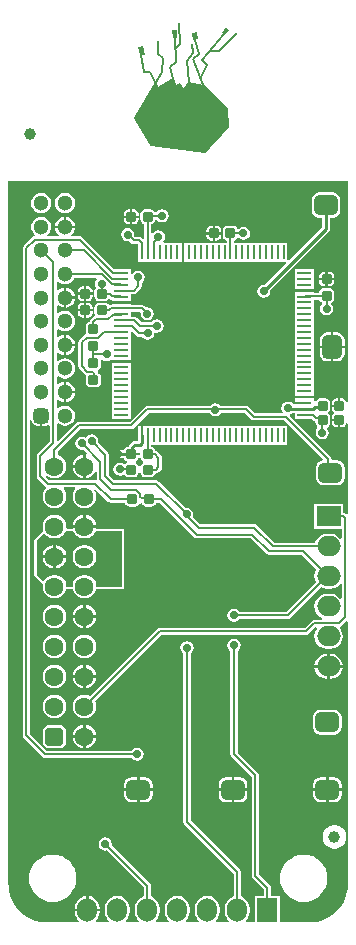
<source format=gtl>
G04*
G04 #@! TF.GenerationSoftware,Altium Limited,Altium Designer,23.3.1 (30)*
G04*
G04 Layer_Physical_Order=1*
G04 Layer_Color=255*
%FSLAX44Y44*%
%MOMM*%
G71*
G04*
G04 #@! TF.SameCoordinates,DF4BE222-8F2C-4444-88BE-FDE14E9DB007*
G04*
G04*
G04 #@! TF.FilePolarity,Positive*
G04*
G01*
G75*
%ADD11C,0.2000*%
%ADD12C,0.2500*%
%ADD13C,0.1656*%
%ADD14R,1.2000X0.2500*%
%ADD15R,0.2500X1.2000*%
G04:AMPARAMS|DCode=16|XSize=0.85mm|YSize=0.85mm|CornerRadius=0.2125mm|HoleSize=0mm|Usage=FLASHONLY|Rotation=0.000|XOffset=0mm|YOffset=0mm|HoleType=Round|Shape=RoundedRectangle|*
%AMROUNDEDRECTD16*
21,1,0.8500,0.4250,0,0,0.0*
21,1,0.4250,0.8500,0,0,0.0*
1,1,0.4250,0.2125,-0.2125*
1,1,0.4250,-0.2125,-0.2125*
1,1,0.4250,-0.2125,0.2125*
1,1,0.4250,0.2125,0.2125*
%
%ADD16ROUNDEDRECTD16*%
G04:AMPARAMS|DCode=17|XSize=0.85mm|YSize=0.85mm|CornerRadius=0.2125mm|HoleSize=0mm|Usage=FLASHONLY|Rotation=90.000|XOffset=0mm|YOffset=0mm|HoleType=Round|Shape=RoundedRectangle|*
%AMROUNDEDRECTD17*
21,1,0.8500,0.4250,0,0,90.0*
21,1,0.4250,0.8500,0,0,90.0*
1,1,0.4250,0.2125,0.2125*
1,1,0.4250,0.2125,-0.2125*
1,1,0.4250,-0.2125,-0.2125*
1,1,0.4250,-0.2125,0.2125*
%
%ADD17ROUNDEDRECTD17*%
%ADD34C,1.0000*%
%ADD35O,1.7000X2.0000*%
%ADD36R,1.7000X2.0000*%
G04:AMPARAMS|DCode=37|XSize=1.7mm|YSize=2mm|CornerRadius=0.425mm|HoleSize=0mm|Usage=FLASHONLY|Rotation=90.000|XOffset=0mm|YOffset=0mm|HoleType=Round|Shape=RoundedRectangle|*
%AMROUNDEDRECTD37*
21,1,1.7000,1.1500,0,0,90.0*
21,1,0.8500,2.0000,0,0,90.0*
1,1,0.8500,0.5750,0.4250*
1,1,0.8500,0.5750,-0.4250*
1,1,0.8500,-0.5750,-0.4250*
1,1,0.8500,-0.5750,0.4250*
%
%ADD37ROUNDEDRECTD37*%
%ADD38O,2.0000X1.7000*%
%ADD39R,2.0000X1.7000*%
G04:AMPARAMS|DCode=40|XSize=1.7mm|YSize=2mm|CornerRadius=0.425mm|HoleSize=0mm|Usage=FLASHONLY|Rotation=180.000|XOffset=0mm|YOffset=0mm|HoleType=Round|Shape=RoundedRectangle|*
%AMROUNDEDRECTD40*
21,1,1.7000,1.1500,0,0,180.0*
21,1,0.8500,2.0000,0,0,180.0*
1,1,0.8500,-0.4250,0.5750*
1,1,0.8500,0.4250,0.5750*
1,1,0.8500,0.4250,-0.5750*
1,1,0.8500,-0.4250,-0.5750*
%
%ADD40ROUNDEDRECTD40*%
%ADD41C,1.3000*%
G04:AMPARAMS|DCode=42|XSize=1.3mm|YSize=1.3mm|CornerRadius=0.325mm|HoleSize=0mm|Usage=FLASHONLY|Rotation=90.000|XOffset=0mm|YOffset=0mm|HoleType=Round|Shape=RoundedRectangle|*
%AMROUNDEDRECTD42*
21,1,1.3000,0.6500,0,0,90.0*
21,1,0.6500,1.3000,0,0,90.0*
1,1,0.6500,0.3250,0.3250*
1,1,0.6500,0.3250,-0.3250*
1,1,0.6500,-0.3250,-0.3250*
1,1,0.6500,-0.3250,0.3250*
%
%ADD42ROUNDEDRECTD42*%
%ADD43C,1.6000*%
G04:AMPARAMS|DCode=44|XSize=1.6mm|YSize=1.6mm|CornerRadius=0.4mm|HoleSize=0mm|Usage=FLASHONLY|Rotation=90.000|XOffset=0mm|YOffset=0mm|HoleType=Round|Shape=RoundedRectangle|*
%AMROUNDEDRECTD44*
21,1,1.6000,0.8000,0,0,90.0*
21,1,0.8000,1.6000,0,0,90.0*
1,1,0.8000,0.4000,0.4000*
1,1,0.8000,0.4000,-0.4000*
1,1,0.8000,-0.4000,-0.4000*
1,1,0.8000,-0.4000,0.4000*
%
%ADD44ROUNDEDRECTD44*%
%ADD45C,0.7000*%
G36*
X152066Y710088D02*
X154721Y712109D01*
X158936Y707202D01*
X162920Y714014D01*
X174553Y711676D01*
X194905Y691065D01*
X195771Y675996D01*
X176621Y655304D01*
X130819Y660841D01*
X117049Y683963D01*
X134471Y712805D01*
X136477Y708876D01*
X149641Y716497D01*
X152066Y710088D01*
D02*
G37*
G36*
X297451Y443004D02*
X296181Y442878D01*
X296011Y443735D01*
X295099Y445099D01*
X293734Y446011D01*
X292125Y446331D01*
X291000D01*
Y440000D01*
X290000D01*
Y439000D01*
X283669D01*
Y437875D01*
X283989Y436265D01*
X284901Y434901D01*
X285299Y434635D01*
Y433365D01*
X284901Y433099D01*
X283989Y431735D01*
X283669Y430125D01*
Y429000D01*
X290000D01*
Y428000D01*
X291000D01*
Y421669D01*
X292125D01*
X293734Y421989D01*
X295099Y422901D01*
X296011Y424266D01*
X296181Y425121D01*
X297451Y424996D01*
X297451Y348671D01*
X296181Y348145D01*
X295763Y348563D01*
X294771Y349226D01*
X293600Y349459D01*
X293000Y350469D01*
Y356900D01*
X269000D01*
Y335900D01*
X292191D01*
Y327705D01*
X290921Y327273D01*
X289989Y328489D01*
X287795Y330172D01*
X285241Y331230D01*
X282500Y331591D01*
X279500D01*
X276759Y331230D01*
X274205Y330172D01*
X272011Y328489D01*
X270328Y326295D01*
X269402Y324059D01*
X235017D01*
X220163Y338913D01*
X219170Y339576D01*
X218000Y339809D01*
X218000Y339809D01*
X172517D01*
X166229Y346097D01*
X166608Y348000D01*
X166181Y350146D01*
X164965Y351965D01*
X163146Y353181D01*
X161000Y353608D01*
X159931Y353395D01*
X137413Y375913D01*
X136420Y376576D01*
X135250Y376809D01*
X135250Y376809D01*
X99767D01*
X94809Y381767D01*
Y398714D01*
X94809Y398714D01*
X94576Y399885D01*
X93913Y400877D01*
X85840Y408950D01*
X86108Y410296D01*
X85681Y412442D01*
X84465Y414262D01*
X82646Y415477D01*
X80500Y415904D01*
X78354Y415477D01*
X76535Y414262D01*
X75491Y412699D01*
X74396Y413431D01*
X72250Y413858D01*
X70104Y413431D01*
X68285Y412215D01*
X67069Y410396D01*
X66642Y408250D01*
X67069Y406104D01*
X68285Y404285D01*
X70104Y403069D01*
X72250Y402642D01*
X73319Y402855D01*
X76481Y399693D01*
X75888Y398490D01*
X75400Y398555D01*
Y388600D01*
Y378645D01*
X77010Y378857D01*
X79443Y379865D01*
X81532Y381468D01*
X83135Y383557D01*
X83363Y384106D01*
X84633Y383853D01*
Y378163D01*
X83921Y377343D01*
X83487Y377059D01*
X44593D01*
X41509Y380143D01*
X42348Y381099D01*
X43957Y379865D01*
X46389Y378857D01*
X49000Y378514D01*
X51610Y378857D01*
X54043Y379865D01*
X56132Y381468D01*
X57735Y383557D01*
X58743Y385989D01*
X59086Y388600D01*
X58743Y391211D01*
X57735Y393643D01*
X56132Y395732D01*
X54043Y397335D01*
X52059Y398157D01*
Y401483D01*
X71017Y420441D01*
X114000D01*
X114000Y420441D01*
X115170Y420674D01*
X116163Y421337D01*
X128767Y433941D01*
X180512D01*
X181285Y432785D01*
X183104Y431569D01*
X185250Y431142D01*
X187396Y431569D01*
X189215Y432785D01*
X189988Y433941D01*
X209983D01*
X215369Y428555D01*
X216362Y427892D01*
X217532Y427659D01*
X217533Y427659D01*
X243515D01*
X276130Y395044D01*
X275712Y393666D01*
X274311Y393387D01*
X272244Y392006D01*
X270863Y389939D01*
X270378Y387500D01*
Y379000D01*
X270863Y376561D01*
X272244Y374494D01*
X274311Y373113D01*
X276750Y372628D01*
X288250D01*
X290689Y373113D01*
X292756Y374494D01*
X294137Y376561D01*
X294622Y379000D01*
Y387500D01*
X294137Y389939D01*
X292756Y392006D01*
X290689Y393387D01*
X288250Y393872D01*
X284503D01*
X283730Y394828D01*
X283498Y395999D01*
X282834Y396991D01*
X282834Y396991D01*
X248273Y431553D01*
X248641Y432769D01*
X248896Y432819D01*
X250715Y434035D01*
X250817Y434186D01*
X252500D01*
Y429250D01*
X266447D01*
X268111Y427586D01*
X268111Y427586D01*
X269103Y426923D01*
X269669Y426810D01*
Y425875D01*
X269989Y424266D01*
X270901Y422901D01*
X271461Y422527D01*
X271575Y422065D01*
X271592Y420927D01*
X270569Y419396D01*
X270142Y417250D01*
X270569Y415104D01*
X271785Y413285D01*
X273604Y412069D01*
X275750Y411642D01*
X277896Y412069D01*
X279715Y413285D01*
X280931Y415104D01*
X281358Y417250D01*
X280931Y419396D01*
X280016Y420766D01*
X279980Y420921D01*
X280174Y422131D01*
X280289Y422360D01*
X281099Y422901D01*
X282011Y424266D01*
X282331Y425875D01*
Y430125D01*
X282011Y431735D01*
X281099Y433099D01*
X280701Y433365D01*
Y434635D01*
X281099Y434901D01*
X282011Y436265D01*
X282331Y437875D01*
Y442125D01*
X282011Y443735D01*
X281099Y445099D01*
X279734Y446011D01*
X278125Y446331D01*
X273875D01*
X272265Y446011D01*
X270901Y445099D01*
X269989Y443735D01*
X269770Y443657D01*
X268500Y444554D01*
Y446500D01*
X260500D01*
X252500D01*
Y443500D01*
X260500D01*
Y441500D01*
X252236D01*
X251230Y441195D01*
X250715Y441965D01*
X248896Y443181D01*
X246750Y443608D01*
X244604Y443181D01*
X242785Y441965D01*
X241569Y440146D01*
X241142Y438000D01*
X241569Y435854D01*
X242109Y435046D01*
X241430Y433776D01*
X218799D01*
X213413Y439163D01*
X212421Y439826D01*
X211250Y440059D01*
X211250Y440059D01*
X189654D01*
X189215Y440715D01*
X187396Y441931D01*
X185250Y442358D01*
X183104Y441931D01*
X181285Y440715D01*
X180846Y440059D01*
X127500D01*
X127500Y440059D01*
X126329Y439826D01*
X125337Y439163D01*
X112733Y426559D01*
X69750D01*
X69750Y426559D01*
X68579Y426326D01*
X67587Y425663D01*
X67587Y425663D01*
X52232Y410308D01*
X51059Y410794D01*
Y424508D01*
X52329Y425134D01*
X53513Y424225D01*
X55581Y423369D01*
X57800Y423077D01*
X60019Y423369D01*
X62087Y424225D01*
X63862Y425588D01*
X65225Y427363D01*
X66081Y429431D01*
X66373Y431650D01*
X66081Y433869D01*
X65225Y435937D01*
X63862Y437712D01*
X62087Y439075D01*
X60019Y439931D01*
X57800Y440223D01*
X55581Y439931D01*
X53513Y439075D01*
X52329Y438166D01*
X51059Y438792D01*
Y444508D01*
X52329Y445134D01*
X53513Y444225D01*
X55581Y443369D01*
X56800Y443208D01*
Y451650D01*
Y460092D01*
X55581Y459931D01*
X53513Y459075D01*
X52329Y458166D01*
X51059Y458792D01*
Y464508D01*
X52329Y465134D01*
X53513Y464225D01*
X55581Y463369D01*
X57800Y463077D01*
X60019Y463369D01*
X62087Y464225D01*
X63862Y465588D01*
X65225Y467363D01*
X66081Y469431D01*
X66373Y471650D01*
X66081Y473869D01*
X65225Y475937D01*
X63862Y477712D01*
X62087Y479075D01*
X60019Y479931D01*
X57800Y480223D01*
X55581Y479931D01*
X53513Y479075D01*
X52329Y478166D01*
X51059Y478792D01*
Y484508D01*
X52329Y485134D01*
X53513Y484225D01*
X55581Y483369D01*
X56800Y483208D01*
Y491650D01*
Y500092D01*
X55581Y499931D01*
X53513Y499075D01*
X52329Y498166D01*
X51059Y498792D01*
Y504508D01*
X52329Y505134D01*
X53513Y504225D01*
X55581Y503369D01*
X57800Y503077D01*
X60019Y503369D01*
X62087Y504225D01*
X63862Y505588D01*
X65225Y507363D01*
X66081Y509431D01*
X66373Y511650D01*
X66081Y513869D01*
X65225Y515937D01*
X63862Y517712D01*
X62087Y519075D01*
X60019Y519931D01*
X57800Y520223D01*
X55581Y519931D01*
X53513Y519075D01*
X52329Y518166D01*
X51059Y518792D01*
Y524508D01*
X52329Y525134D01*
X53513Y524225D01*
X55581Y523369D01*
X56800Y523208D01*
Y531650D01*
Y540092D01*
X55581Y539931D01*
X53513Y539075D01*
X52329Y538166D01*
X51059Y538792D01*
Y544508D01*
X52329Y545134D01*
X53513Y544225D01*
X55581Y543369D01*
X57800Y543077D01*
X60019Y543369D01*
X62087Y544225D01*
X63862Y545588D01*
X65225Y547363D01*
X65733Y548591D01*
X84496D01*
X84910Y547340D01*
X83694Y545521D01*
X83267Y543375D01*
X83694Y541229D01*
X84280Y540352D01*
X83901Y540099D01*
X82989Y538735D01*
X82669Y537125D01*
Y532875D01*
X82989Y531265D01*
X83901Y529901D01*
X85266Y528989D01*
X86875Y528669D01*
X91125D01*
X92734Y528989D01*
X94099Y529901D01*
X94305Y530209D01*
X95909Y530402D01*
X95909Y530401D01*
X96901Y529738D01*
X97500Y529619D01*
Y528500D01*
X105500D01*
X113500D01*
Y534441D01*
X116126D01*
X116126Y534441D01*
X117297Y534674D01*
X118289Y535337D01*
X121913Y538961D01*
X122576Y539953D01*
X122809Y541124D01*
X122809Y541124D01*
Y544179D01*
X123715Y544785D01*
X124931Y546604D01*
X125358Y548750D01*
X124931Y550896D01*
X123715Y552715D01*
X121896Y553931D01*
X119750Y554358D01*
X117604Y553931D01*
X115785Y552715D01*
X114770Y551197D01*
X113500Y551535D01*
Y555750D01*
X99235D01*
X97786Y557199D01*
X97783Y557214D01*
X97120Y558206D01*
X72513Y582813D01*
X71521Y583476D01*
X70350Y583709D01*
X70350Y583709D01*
X63500D01*
X63069Y584979D01*
X63862Y585588D01*
X65225Y587363D01*
X66081Y589431D01*
X66242Y590650D01*
X57800D01*
X49358D01*
X49519Y589431D01*
X50375Y587363D01*
X51738Y585588D01*
X52531Y584979D01*
X52100Y583709D01*
X43500D01*
X43069Y584979D01*
X43862Y585588D01*
X45225Y587363D01*
X46081Y589431D01*
X46373Y591650D01*
X46081Y593869D01*
X45225Y595937D01*
X43862Y597712D01*
X42087Y599075D01*
X40019Y599931D01*
X37800Y600223D01*
X35581Y599931D01*
X33513Y599075D01*
X31738Y597712D01*
X30375Y595937D01*
X29519Y593869D01*
X29227Y591650D01*
X29519Y589431D01*
X30375Y587363D01*
X31738Y585588D01*
X32531Y584979D01*
X32214Y583857D01*
X32115Y583698D01*
X31001Y583476D01*
X30009Y582813D01*
X30009Y582813D01*
X22837Y575641D01*
X22174Y574649D01*
X21941Y573478D01*
X21941Y573478D01*
Y161000D01*
X21941Y161000D01*
X22174Y159829D01*
X22837Y158837D01*
X38837Y142837D01*
X39829Y142174D01*
X41000Y141941D01*
X41000Y141941D01*
X114429D01*
X115035Y141035D01*
X116854Y139819D01*
X119000Y139392D01*
X121146Y139819D01*
X122965Y141035D01*
X124181Y142854D01*
X124608Y145000D01*
X124181Y147146D01*
X122965Y148965D01*
X121146Y150181D01*
X119000Y150608D01*
X116854Y150181D01*
X115035Y148965D01*
X114429Y148059D01*
X42267D01*
X28059Y162267D01*
Y427613D01*
X29329Y427738D01*
X29605Y426352D01*
X30765Y424615D01*
X32502Y423455D01*
X34550Y423047D01*
X36800D01*
Y431650D01*
X38800D01*
Y423047D01*
X41050D01*
X43098Y423455D01*
X43671Y423837D01*
X44941Y423158D01*
Y410028D01*
X34837Y399924D01*
X34174Y398931D01*
X33941Y397761D01*
X33941Y397761D01*
Y380326D01*
X33941Y380326D01*
X34174Y379155D01*
X34837Y378163D01*
X41163Y371837D01*
X41163Y371837D01*
X41473Y371630D01*
X41627Y371123D01*
X41670Y370074D01*
X40265Y368243D01*
X39257Y365811D01*
X38914Y363200D01*
X39257Y360589D01*
X40265Y358157D01*
X41868Y356068D01*
X43957Y354465D01*
X46389Y353457D01*
X49000Y353114D01*
X51610Y353457D01*
X54043Y354465D01*
X56132Y356068D01*
X57735Y358157D01*
X58743Y360589D01*
X59086Y363200D01*
X58743Y365811D01*
X57735Y368243D01*
X56639Y369671D01*
X57265Y370941D01*
X66135D01*
X66761Y369671D01*
X65665Y368243D01*
X64657Y365811D01*
X64314Y363200D01*
X64657Y360589D01*
X65665Y358157D01*
X67268Y356068D01*
X69357Y354465D01*
X71789Y353457D01*
X74400Y353114D01*
X77010Y353457D01*
X79443Y354465D01*
X81532Y356068D01*
X83135Y358157D01*
X84143Y360589D01*
X84486Y363200D01*
X84143Y365811D01*
X83135Y368243D01*
X82560Y368992D01*
X83517Y369832D01*
X94511Y358837D01*
X95504Y358174D01*
X96674Y357941D01*
X108855D01*
X108989Y357266D01*
X109901Y355901D01*
X111265Y354989D01*
X112875Y354669D01*
X117125D01*
X118735Y354989D01*
X120099Y355901D01*
X121011Y357266D01*
X122282Y357645D01*
X122978Y357325D01*
X122989Y357266D01*
X123901Y355901D01*
X125266Y354989D01*
X126875Y354669D01*
X131125D01*
X132734Y354989D01*
X134099Y355901D01*
X135011Y357266D01*
X135145Y357941D01*
X137768D01*
X167122Y328587D01*
X167122Y328587D01*
X168114Y327924D01*
X169285Y327691D01*
X169285Y327691D01*
X215233D01*
X228087Y314837D01*
X228087Y314837D01*
X229079Y314174D01*
X230250Y313941D01*
X230250Y313941D01*
X258333D01*
X270784Y301490D01*
X270328Y300895D01*
X269270Y298341D01*
X268909Y295600D01*
X269270Y292859D01*
X270226Y290552D01*
X245433Y265759D01*
X205571D01*
X204965Y266665D01*
X203146Y267881D01*
X201000Y268308D01*
X198854Y267881D01*
X197035Y266665D01*
X195819Y264846D01*
X195392Y262700D01*
X195819Y260554D01*
X197035Y258735D01*
X198854Y257519D01*
X201000Y257092D01*
X203146Y257519D01*
X204965Y258735D01*
X205571Y259641D01*
X246700D01*
X246700Y259641D01*
X247871Y259874D01*
X248863Y260537D01*
X274593Y286267D01*
X276759Y285370D01*
X279500Y285009D01*
X282500D01*
X285241Y285370D01*
X287795Y286428D01*
X289989Y288111D01*
X290921Y289327D01*
X292191Y288895D01*
Y276905D01*
X290921Y276473D01*
X289989Y277689D01*
X287795Y279372D01*
X285241Y280430D01*
X282500Y280791D01*
X279500D01*
X276759Y280430D01*
X274205Y279372D01*
X272011Y277689D01*
X270328Y275495D01*
X269270Y272941D01*
X268909Y270200D01*
X269270Y267459D01*
X270328Y264905D01*
X272011Y262711D01*
X274205Y261028D01*
X275893Y260329D01*
X275641Y259059D01*
X269000D01*
X267829Y258826D01*
X266837Y258163D01*
X260733Y252059D01*
X138000D01*
X136830Y251826D01*
X135837Y251163D01*
X78995Y194321D01*
X77010Y195143D01*
X74400Y195486D01*
X71789Y195143D01*
X69357Y194135D01*
X67268Y192532D01*
X65665Y190443D01*
X64657Y188011D01*
X64314Y185400D01*
X64657Y182789D01*
X65665Y180357D01*
X67268Y178268D01*
X69357Y176665D01*
X71789Y175657D01*
X74400Y175314D01*
X77010Y175657D01*
X79443Y176665D01*
X81532Y178268D01*
X83135Y180357D01*
X84143Y182789D01*
X84486Y185400D01*
X84143Y188011D01*
X83321Y189995D01*
X139267Y245941D01*
X262000D01*
X262000Y245941D01*
X263171Y246174D01*
X264163Y246837D01*
X269768Y252442D01*
X270460Y252353D01*
X271023Y251000D01*
X270328Y250095D01*
X269270Y247541D01*
X268909Y244800D01*
X269270Y242059D01*
X270328Y239505D01*
X272011Y237311D01*
X274205Y235628D01*
X276759Y234570D01*
X279500Y234209D01*
X282500D01*
X285241Y234570D01*
X287795Y235628D01*
X289989Y237311D01*
X291672Y239505D01*
X292730Y242059D01*
X293091Y244800D01*
X292730Y247541D01*
X291672Y250095D01*
X290418Y251729D01*
X290896Y253120D01*
X291171Y253174D01*
X292163Y253837D01*
X296181Y257855D01*
X297451Y257329D01*
Y35000D01*
X297451Y35000D01*
Y34720D01*
X297090Y30128D01*
X297049Y29818D01*
X295884Y24965D01*
X293934Y20257D01*
X291326Y16001D01*
X291136Y15755D01*
X288144Y12251D01*
X287749Y11856D01*
X284245Y8863D01*
X283999Y8675D01*
X279743Y6066D01*
X275035Y4116D01*
X270180Y2951D01*
X269874Y2910D01*
X266258Y2626D01*
X265000Y2549D01*
X265000Y2549D01*
X263764Y2549D01*
X239700D01*
Y25000D01*
X232259D01*
Y31800D01*
X232259Y31800D01*
X232026Y32970D01*
X231363Y33963D01*
X231363Y33963D01*
X222059Y43267D01*
Y127185D01*
X222059Y127185D01*
X221826Y128356D01*
X221163Y129348D01*
X204059Y146452D01*
Y232729D01*
X204965Y233335D01*
X206181Y235154D01*
X206608Y237300D01*
X206181Y239446D01*
X204965Y241265D01*
X203146Y242481D01*
X201000Y242908D01*
X198854Y242481D01*
X197035Y241265D01*
X195819Y239446D01*
X195392Y237300D01*
X195819Y235154D01*
X197035Y233335D01*
X197941Y232729D01*
Y145186D01*
X197941Y145185D01*
X198174Y144015D01*
X198837Y143022D01*
X215941Y125918D01*
Y42000D01*
X215941Y42000D01*
X216174Y40830D01*
X216837Y39837D01*
X226141Y30533D01*
Y25000D01*
X218700D01*
Y2549D01*
X211358D01*
X210950Y3752D01*
X211289Y4011D01*
X212972Y6205D01*
X214030Y8759D01*
X214391Y11500D01*
Y14500D01*
X214030Y17241D01*
X212972Y19795D01*
X211289Y21989D01*
X209095Y23672D01*
X206859Y24598D01*
Y45200D01*
X206859Y45200D01*
X206626Y46371D01*
X205963Y47363D01*
X205963Y47363D01*
X164240Y89086D01*
Y230583D01*
X165146Y231189D01*
X166362Y233008D01*
X166789Y235154D01*
X166362Y237300D01*
X165146Y239119D01*
X163327Y240335D01*
X161181Y240762D01*
X159035Y240335D01*
X157216Y239119D01*
X156000Y237300D01*
X155573Y235154D01*
X156000Y233008D01*
X157216Y231189D01*
X158122Y230583D01*
Y87819D01*
X158122Y87819D01*
X158355Y86649D01*
X159018Y85656D01*
X200741Y43933D01*
Y24598D01*
X198505Y23672D01*
X196311Y21989D01*
X194628Y19795D01*
X193570Y17241D01*
X193209Y14500D01*
Y11500D01*
X193570Y8759D01*
X194628Y6205D01*
X196311Y4011D01*
X196650Y3752D01*
X196242Y2549D01*
X185958D01*
X185550Y3752D01*
X185889Y4011D01*
X187572Y6205D01*
X188630Y8759D01*
X188991Y11500D01*
Y14500D01*
X188630Y17241D01*
X187572Y19795D01*
X185889Y21989D01*
X183695Y23672D01*
X181141Y24730D01*
X178400Y25091D01*
X175659Y24730D01*
X173105Y23672D01*
X170911Y21989D01*
X169228Y19795D01*
X168170Y17241D01*
X167809Y14500D01*
Y11500D01*
X168170Y8759D01*
X169228Y6205D01*
X170911Y4011D01*
X171250Y3752D01*
X170842Y2549D01*
X160558D01*
X160150Y3752D01*
X160489Y4011D01*
X162172Y6205D01*
X163230Y8759D01*
X163591Y11500D01*
Y14500D01*
X163230Y17241D01*
X162172Y19795D01*
X160489Y21989D01*
X158295Y23672D01*
X155741Y24730D01*
X153000Y25091D01*
X150259Y24730D01*
X147705Y23672D01*
X145511Y21989D01*
X143828Y19795D01*
X142770Y17241D01*
X142409Y14500D01*
Y11500D01*
X142770Y8759D01*
X143828Y6205D01*
X145511Y4011D01*
X145850Y3752D01*
X145442Y2549D01*
X135158D01*
X134750Y3752D01*
X135089Y4011D01*
X136772Y6205D01*
X137830Y8759D01*
X138191Y11500D01*
Y14500D01*
X137830Y17241D01*
X136772Y19795D01*
X135089Y21989D01*
X132895Y23672D01*
X130659Y24598D01*
Y33400D01*
X130426Y34571D01*
X129763Y35563D01*
X129763Y35563D01*
X97395Y67931D01*
X97608Y69000D01*
X97181Y71146D01*
X95965Y72965D01*
X94146Y74181D01*
X92000Y74608D01*
X89854Y74181D01*
X88035Y72965D01*
X86819Y71146D01*
X86392Y69000D01*
X86819Y66854D01*
X88035Y65035D01*
X89854Y63819D01*
X92000Y63392D01*
X93069Y63605D01*
X124541Y32133D01*
Y24598D01*
X122305Y23672D01*
X120111Y21989D01*
X118428Y19795D01*
X117370Y17241D01*
X117009Y14500D01*
Y11500D01*
X117370Y8759D01*
X118428Y6205D01*
X120111Y4011D01*
X120450Y3752D01*
X120042Y2549D01*
X109758D01*
X109350Y3752D01*
X109689Y4011D01*
X111372Y6205D01*
X112430Y8759D01*
X112791Y11500D01*
Y14500D01*
X112430Y17241D01*
X111372Y19795D01*
X109689Y21989D01*
X107495Y23672D01*
X104941Y24730D01*
X102200Y25091D01*
X99459Y24730D01*
X96905Y23672D01*
X94711Y21989D01*
X93028Y19795D01*
X91970Y17241D01*
X91609Y14500D01*
Y11500D01*
X91970Y8759D01*
X93028Y6205D01*
X94711Y4011D01*
X95050Y3752D01*
X94642Y2549D01*
X84358D01*
X83950Y3752D01*
X84289Y4011D01*
X85972Y6205D01*
X87030Y8759D01*
X87391Y11500D01*
Y12000D01*
X76800D01*
X66209D01*
Y11500D01*
X66570Y8759D01*
X67628Y6205D01*
X69311Y4011D01*
X69650Y3752D01*
X69242Y2549D01*
X42500D01*
X42500Y2549D01*
X42499Y2549D01*
X42221D01*
X37626Y2910D01*
X37320Y2951D01*
X32465Y4116D01*
X27757Y6066D01*
X23501Y8675D01*
X23256Y8863D01*
X19751Y11856D01*
X19356Y12251D01*
X16362Y15756D01*
X16175Y16001D01*
X13566Y20257D01*
X11616Y24965D01*
X10451Y29820D01*
X10410Y30126D01*
X10125Y33750D01*
X10049Y35000D01*
X10049Y35000D01*
X10049Y36248D01*
Y630000D01*
X297451D01*
Y443004D01*
D02*
G37*
G36*
X120075Y743991D02*
X121104Y736678D01*
X125324Y737272D01*
X124295Y744585D01*
X120075Y743991D01*
D02*
G37*
G36*
X148784Y758153D02*
X149258Y751458D01*
X152924Y751717D01*
X152451Y758412D01*
X148784Y758153D01*
D02*
G37*
G36*
X165139Y755704D02*
X166521Y749637D01*
X170807Y750613D01*
X169424Y756680D01*
X165139Y755704D01*
D02*
G37*
G36*
X194591Y760354D02*
X190851Y755976D01*
X193391Y753806D01*
X197131Y758185D01*
X194591Y760354D01*
D02*
G37*
%LPC*%
G36*
X140000Y606608D02*
X137854Y606181D01*
X136035Y604965D01*
X135429Y604059D01*
X133794D01*
X133099Y605099D01*
X131735Y606011D01*
X130125Y606331D01*
X125875D01*
X124265Y606011D01*
X122901Y605099D01*
X121989Y603735D01*
X121669Y602125D01*
Y597875D01*
X121989Y596265D01*
X122901Y594901D01*
X124265Y593989D01*
X124941Y593855D01*
Y582044D01*
X123768Y581558D01*
X123120Y582206D01*
X122127Y582869D01*
X120957Y583102D01*
X120957Y583102D01*
X117253D01*
X116416Y584038D01*
X116608Y585000D01*
X116181Y587146D01*
X114965Y588965D01*
X113146Y590181D01*
X111000Y590608D01*
X108854Y590181D01*
X107035Y588965D01*
X105819Y587146D01*
X105392Y585000D01*
X105819Y582854D01*
X107035Y581035D01*
X108854Y579819D01*
X111000Y579392D01*
X112069Y579605D01*
X113794Y577881D01*
X113794Y577880D01*
X114786Y577217D01*
X115957Y576984D01*
X115957Y576984D01*
X119690D01*
X119750Y576924D01*
Y562000D01*
X157000D01*
Y570000D01*
Y578000D01*
X141529D01*
X141123Y579270D01*
X142181Y580854D01*
X142608Y583000D01*
X142181Y585146D01*
X140965Y586965D01*
X139146Y588181D01*
X137000Y588608D01*
X134854Y588181D01*
X133035Y586965D01*
X132329Y585909D01*
X131059Y586294D01*
Y593855D01*
X131735Y593989D01*
X133099Y594901D01*
X134011Y596265D01*
X134288Y597661D01*
X135534Y597759D01*
X135552Y597757D01*
X136035Y597035D01*
X137854Y595819D01*
X140000Y595392D01*
X142146Y595819D01*
X143965Y597035D01*
X145181Y598854D01*
X145608Y601000D01*
X145181Y603146D01*
X143965Y604965D01*
X142146Y606181D01*
X140000Y606608D01*
D02*
G37*
G36*
X57800Y620223D02*
X55581Y619931D01*
X53513Y619075D01*
X51738Y617712D01*
X50375Y615937D01*
X49519Y613869D01*
X49227Y611650D01*
X49519Y609431D01*
X50375Y607363D01*
X51738Y605588D01*
X53513Y604225D01*
X55581Y603369D01*
X57800Y603077D01*
X60019Y603369D01*
X62087Y604225D01*
X63862Y605588D01*
X65225Y607363D01*
X66081Y609431D01*
X66373Y611650D01*
X66081Y613869D01*
X65225Y615937D01*
X63862Y617712D01*
X62087Y619075D01*
X60019Y619931D01*
X57800Y620223D01*
D02*
G37*
G36*
X37800D02*
X35581Y619931D01*
X33513Y619075D01*
X31738Y617712D01*
X30375Y615937D01*
X29519Y613869D01*
X29227Y611650D01*
X29519Y609431D01*
X30375Y607363D01*
X31738Y605588D01*
X33513Y604225D01*
X35581Y603369D01*
X37800Y603077D01*
X40019Y603369D01*
X42087Y604225D01*
X43862Y605588D01*
X45225Y607363D01*
X46081Y609431D01*
X46373Y611650D01*
X46081Y613869D01*
X45225Y615937D01*
X43862Y617712D01*
X42087Y619075D01*
X40019Y619931D01*
X37800Y620223D01*
D02*
G37*
G36*
X116125Y606331D02*
X115000D01*
Y601000D01*
X120331D01*
Y602125D01*
X120011Y603735D01*
X119099Y605099D01*
X117734Y606011D01*
X116125Y606331D01*
D02*
G37*
G36*
X113000D02*
X111875D01*
X110266Y606011D01*
X108901Y605099D01*
X107989Y603735D01*
X107669Y602125D01*
Y601000D01*
X113000D01*
Y606331D01*
D02*
G37*
G36*
X120331Y599000D02*
X115000D01*
Y593669D01*
X116125D01*
X117734Y593989D01*
X119099Y594901D01*
X120011Y596265D01*
X120331Y597875D01*
Y599000D01*
D02*
G37*
G36*
X113000D02*
X107669D01*
Y597875D01*
X107989Y596265D01*
X108901Y594901D01*
X110266Y593989D01*
X111875Y593669D01*
X113000D01*
Y599000D01*
D02*
G37*
G36*
X58800Y600092D02*
Y592650D01*
X66242D01*
X66081Y593869D01*
X65225Y595937D01*
X63862Y597712D01*
X62087Y599075D01*
X60019Y599931D01*
X58800Y600092D01*
D02*
G37*
G36*
X56800D02*
X55581Y599931D01*
X53513Y599075D01*
X51738Y597712D01*
X50375Y595937D01*
X49519Y593869D01*
X49358Y592650D01*
X56800D01*
Y600092D01*
D02*
G37*
G36*
X186125Y592331D02*
X185000D01*
Y587000D01*
X190331D01*
Y588125D01*
X190011Y589734D01*
X189099Y591099D01*
X187735Y592011D01*
X186125Y592331D01*
D02*
G37*
G36*
X183000D02*
X181875D01*
X180266Y592011D01*
X178901Y591099D01*
X177989Y589734D01*
X177669Y588125D01*
Y587000D01*
X183000D01*
Y592331D01*
D02*
G37*
G36*
X284750Y620622D02*
X273250D01*
X270811Y620137D01*
X268744Y618756D01*
X267363Y616689D01*
X266877Y614250D01*
Y605750D01*
X267363Y603311D01*
X268744Y601244D01*
X270811Y599863D01*
X273250Y599378D01*
X275686D01*
Y591123D01*
X247520Y562956D01*
X246250Y563482D01*
Y578000D01*
X201059D01*
Y579855D01*
X201735Y579989D01*
X203099Y580901D01*
X203682Y581773D01*
X204711Y581972D01*
X205073Y581962D01*
X205196Y581927D01*
X206854Y580819D01*
X209000Y580392D01*
X211146Y580819D01*
X212965Y582035D01*
X214181Y583854D01*
X214608Y586000D01*
X214181Y588146D01*
X212965Y589965D01*
X211146Y591181D01*
X209000Y591608D01*
X206854Y591181D01*
X205196Y590073D01*
X205073Y590038D01*
X204711Y590028D01*
X203682Y590227D01*
X203099Y591099D01*
X201735Y592011D01*
X200125Y592331D01*
X195875D01*
X194265Y592011D01*
X192901Y591099D01*
X191989Y589734D01*
X191669Y588125D01*
Y583875D01*
X191989Y582266D01*
X192901Y580901D01*
X194265Y579989D01*
X194941Y579855D01*
Y578000D01*
X159000D01*
Y570000D01*
Y562000D01*
X244768D01*
X245294Y560730D01*
X227040Y542476D01*
X226253Y542632D01*
X224107Y542206D01*
X222288Y540990D01*
X221072Y539171D01*
X220646Y537025D01*
X221072Y534879D01*
X222288Y533059D01*
X224107Y531844D01*
X226253Y531417D01*
X228399Y531844D01*
X230219Y533059D01*
X231434Y534879D01*
X231861Y537025D01*
X231712Y537775D01*
X281343Y587407D01*
X282061Y588482D01*
X282314Y589750D01*
Y599378D01*
X284750D01*
X287189Y599863D01*
X289256Y601244D01*
X290637Y603311D01*
X291122Y605750D01*
Y614250D01*
X290637Y616689D01*
X289256Y618756D01*
X287189Y620137D01*
X284750Y620622D01*
D02*
G37*
G36*
X190331Y585000D02*
X185000D01*
Y579669D01*
X186125D01*
X187735Y579989D01*
X189099Y580901D01*
X190011Y582266D01*
X190331Y583875D01*
Y585000D01*
D02*
G37*
G36*
X183000D02*
X177669D01*
Y583875D01*
X177989Y582266D01*
X178901Y580901D01*
X180266Y579989D01*
X181875Y579669D01*
X183000D01*
Y585000D01*
D02*
G37*
G36*
X281500Y553706D02*
X280375D01*
Y548375D01*
X285706D01*
Y549500D01*
X285386Y551110D01*
X284474Y552474D01*
X283109Y553386D01*
X281500Y553706D01*
D02*
G37*
G36*
X278375D02*
X277250D01*
X275641Y553386D01*
X274276Y552474D01*
X273364Y551110D01*
X273044Y549500D01*
Y548375D01*
X278375D01*
Y553706D01*
D02*
G37*
G36*
X285706Y546375D02*
X280375D01*
Y541044D01*
X281500D01*
X283109Y541364D01*
X284474Y542276D01*
X285386Y543641D01*
X285706Y545250D01*
Y546375D01*
D02*
G37*
G36*
X278375D02*
X273044D01*
Y545250D01*
X273364Y543641D01*
X274276Y542276D01*
X275641Y541364D01*
X277250Y541044D01*
X278375D01*
Y546375D01*
D02*
G37*
G36*
X268500Y555750D02*
X252500D01*
Y544250D01*
Y538500D01*
X260500D01*
X268500D01*
Y544250D01*
Y555750D01*
D02*
G37*
G36*
X77125Y541331D02*
X76000D01*
Y536000D01*
X81331D01*
Y537125D01*
X81011Y538735D01*
X80099Y540099D01*
X78734Y541011D01*
X77125Y541331D01*
D02*
G37*
G36*
X74000D02*
X72875D01*
X71266Y541011D01*
X69901Y540099D01*
X68989Y538735D01*
X68669Y537125D01*
Y536000D01*
X74000D01*
Y541331D01*
D02*
G37*
G36*
X281500Y539706D02*
X277250D01*
X275641Y539386D01*
X274276Y538474D01*
X273364Y537109D01*
X273106Y535809D01*
X268500D01*
Y536500D01*
X260500D01*
X252500D01*
Y534250D01*
Y524250D01*
Y514250D01*
Y504250D01*
Y494250D01*
Y484250D01*
Y474250D01*
Y464250D01*
Y454250D01*
Y448500D01*
X260500D01*
X268500D01*
Y449250D01*
Y459250D01*
Y469250D01*
Y479250D01*
Y489250D01*
Y499250D01*
Y509250D01*
Y519250D01*
Y529691D01*
X273354D01*
X273364Y529641D01*
X274276Y528276D01*
X275148Y527693D01*
X275347Y526664D01*
X275337Y526302D01*
X275302Y526179D01*
X274194Y524521D01*
X273767Y522375D01*
X274194Y520229D01*
X275410Y518410D01*
X277229Y517194D01*
X279375Y516767D01*
X281521Y517194D01*
X283340Y518410D01*
X284556Y520229D01*
X284983Y522375D01*
X284556Y524521D01*
X283448Y526179D01*
X283413Y526302D01*
X283403Y526664D01*
X283602Y527693D01*
X284474Y528276D01*
X285386Y529641D01*
X285706Y531250D01*
Y535500D01*
X285386Y537109D01*
X284474Y538474D01*
X283109Y539386D01*
X281500Y539706D01*
D02*
G37*
G36*
X58800Y540092D02*
Y532650D01*
X66242D01*
X66081Y533869D01*
X65225Y535937D01*
X63862Y537712D01*
X62087Y539075D01*
X60019Y539931D01*
X58800Y540092D01*
D02*
G37*
G36*
X81331Y534000D02*
X76000D01*
Y528669D01*
X77125D01*
X78734Y528989D01*
X80099Y529901D01*
X81011Y531265D01*
X81331Y532875D01*
Y534000D01*
D02*
G37*
G36*
X74000D02*
X68669D01*
Y532875D01*
X68989Y531265D01*
X69901Y529901D01*
X71266Y528989D01*
X72875Y528669D01*
X74000D01*
Y534000D01*
D02*
G37*
G36*
X66242Y530650D02*
X58800D01*
Y523208D01*
X60019Y523369D01*
X62087Y524225D01*
X63862Y525588D01*
X65225Y527363D01*
X66081Y529431D01*
X66242Y530650D01*
D02*
G37*
G36*
X77125Y527331D02*
X76000D01*
Y522000D01*
X81331D01*
Y523125D01*
X81011Y524734D01*
X80099Y526099D01*
X78734Y527011D01*
X77125Y527331D01*
D02*
G37*
G36*
X74000D02*
X72875D01*
X71266Y527011D01*
X69901Y526099D01*
X68989Y524734D01*
X68669Y523125D01*
Y522000D01*
X74000D01*
Y527331D01*
D02*
G37*
G36*
X81331Y520000D02*
X76000D01*
Y514669D01*
X77125D01*
X78734Y514989D01*
X80099Y515901D01*
X81011Y517266D01*
X81331Y518875D01*
Y520000D01*
D02*
G37*
G36*
X74000D02*
X68669D01*
Y518875D01*
X68989Y517266D01*
X69901Y515901D01*
X71266Y514989D01*
X72875Y514669D01*
X74000D01*
Y520000D01*
D02*
G37*
G36*
X91125Y527331D02*
X86875D01*
X85266Y527011D01*
X83901Y526099D01*
X82989Y524734D01*
X82669Y523125D01*
Y518875D01*
X82989Y517266D01*
X82460Y515772D01*
X81922Y515413D01*
X81922Y515413D01*
X79837Y513328D01*
X79174Y512335D01*
X78941Y511165D01*
X78266Y511011D01*
X76901Y510099D01*
X75989Y508735D01*
X75669Y507125D01*
Y502875D01*
X75858Y501927D01*
X75989Y501265D01*
X74971Y500504D01*
X74087Y499913D01*
X74087Y499913D01*
X70087Y495913D01*
X69424Y494921D01*
X69191Y493750D01*
X69191Y493750D01*
Y473500D01*
X69191Y473500D01*
X69424Y472329D01*
X70087Y471337D01*
X74712Y466712D01*
X74991Y466526D01*
X75989Y465734D01*
X75669Y464125D01*
Y459875D01*
X75989Y458265D01*
X76901Y456901D01*
X78266Y455989D01*
X79875Y455669D01*
X84125D01*
X85735Y455989D01*
X87099Y456901D01*
X88011Y458265D01*
X88331Y459875D01*
Y464125D01*
X88011Y465734D01*
X87099Y467099D01*
X85735Y468011D01*
X85542Y468827D01*
X85735Y469989D01*
X87099Y470901D01*
X88011Y472266D01*
X88331Y473875D01*
Y478125D01*
X88175Y478910D01*
X89062Y479410D01*
X89355Y479488D01*
X91104Y478319D01*
X93250Y477892D01*
X95396Y478319D01*
X96230Y478876D01*
X96934Y478500D01*
X105500D01*
X113500D01*
Y484250D01*
Y494250D01*
Y502515D01*
X114673Y503001D01*
X118337Y499337D01*
X119330Y498674D01*
X120500Y498441D01*
X120500Y498441D01*
X123429D01*
X124035Y497535D01*
X125854Y496319D01*
X128000Y495892D01*
X130146Y496319D01*
X131965Y497535D01*
X133181Y499354D01*
X133608Y501500D01*
X134787Y502084D01*
X135750Y501892D01*
X137896Y502319D01*
X139715Y503535D01*
X140931Y505354D01*
X141358Y507500D01*
X140931Y509646D01*
X139715Y511465D01*
X137896Y512681D01*
X135750Y513108D01*
X133604Y512681D01*
X131785Y511465D01*
X131179Y510559D01*
X122767D01*
X118663Y514663D01*
X117671Y515326D01*
X116500Y515559D01*
X116500Y515559D01*
X113500D01*
Y519441D01*
X121018D01*
X121961Y518345D01*
X121892Y518000D01*
X122319Y515854D01*
X123535Y514035D01*
X125354Y512819D01*
X127500Y512392D01*
X129646Y512819D01*
X131465Y514035D01*
X132681Y515854D01*
X133108Y518000D01*
X132681Y520146D01*
X131465Y521965D01*
X129646Y523181D01*
X127500Y523608D01*
X126270Y523363D01*
X124971Y524663D01*
X123978Y525326D01*
X122808Y525559D01*
X122808Y525559D01*
X113500D01*
Y526500D01*
X105500D01*
X97500D01*
Y525559D01*
X96758D01*
X95588Y525326D01*
X94286Y525819D01*
X94099Y526099D01*
X92734Y527011D01*
X91125Y527331D01*
D02*
G37*
G36*
X58800Y500092D02*
Y492650D01*
X66242D01*
X66081Y493869D01*
X65225Y495937D01*
X63862Y497712D01*
X62087Y499075D01*
X60019Y499931D01*
X58800Y500092D01*
D02*
G37*
G36*
X288250Y502122D02*
X285000D01*
Y491000D01*
X294622D01*
Y495750D01*
X294137Y498189D01*
X292756Y500256D01*
X290689Y501637D01*
X288250Y502122D01*
D02*
G37*
G36*
X283000D02*
X279750D01*
X277311Y501637D01*
X275244Y500256D01*
X273863Y498189D01*
X273378Y495750D01*
Y491000D01*
X283000D01*
Y502122D01*
D02*
G37*
G36*
X66242Y490650D02*
X58800D01*
Y483208D01*
X60019Y483369D01*
X62087Y484225D01*
X63862Y485588D01*
X65225Y487363D01*
X66081Y489431D01*
X66242Y490650D01*
D02*
G37*
G36*
X294622Y489000D02*
X285000D01*
Y477878D01*
X288250D01*
X290689Y478363D01*
X292756Y479744D01*
X294137Y481811D01*
X294622Y484250D01*
Y489000D01*
D02*
G37*
G36*
X283000D02*
X273378D01*
Y484250D01*
X273863Y481811D01*
X275244Y479744D01*
X277311Y478363D01*
X279750Y477878D01*
X283000D01*
Y489000D01*
D02*
G37*
G36*
X58800Y460092D02*
Y452650D01*
X66242D01*
X66081Y453869D01*
X65225Y455937D01*
X63862Y457712D01*
X62087Y459075D01*
X60019Y459931D01*
X58800Y460092D01*
D02*
G37*
G36*
X66242Y450650D02*
X58800D01*
Y443208D01*
X60019Y443369D01*
X62087Y444225D01*
X63862Y445588D01*
X65225Y447363D01*
X66081Y449431D01*
X66242Y450650D01*
D02*
G37*
G36*
X289000Y446331D02*
X287875D01*
X286266Y446011D01*
X284901Y445099D01*
X283989Y443735D01*
X283669Y442125D01*
Y441000D01*
X289000D01*
Y446331D01*
D02*
G37*
G36*
X113500Y476500D02*
X105500D01*
X97500D01*
Y469250D01*
Y459250D01*
Y449250D01*
Y439250D01*
Y429250D01*
X113500D01*
Y434250D01*
Y444250D01*
Y454250D01*
Y464250D01*
Y474250D01*
Y476500D01*
D02*
G37*
G36*
X289000Y427000D02*
X283669D01*
Y425875D01*
X283989Y424266D01*
X284901Y422901D01*
X286266Y421989D01*
X287875Y421669D01*
X289000D01*
Y427000D01*
D02*
G37*
G36*
X246250Y423000D02*
X124000D01*
Y415000D01*
X122000D01*
Y423000D01*
X119750D01*
Y415320D01*
X119686Y415000D01*
Y410314D01*
X117000D01*
X115732Y410061D01*
X114657Y409343D01*
X112657Y407343D01*
X111939Y406268D01*
X111747Y405305D01*
X110266Y405011D01*
X108901Y404099D01*
X107989Y402734D01*
X107906Y402314D01*
X103000D01*
X101732Y402061D01*
X100657Y401343D01*
X99939Y400268D01*
X99686Y399000D01*
X99939Y397732D01*
X100657Y396657D01*
X101732Y395939D01*
X103000Y395686D01*
X107906D01*
X107989Y395266D01*
X108901Y393901D01*
X109942Y393206D01*
X110014Y392938D01*
Y392062D01*
X109942Y391794D01*
X108901Y391099D01*
X108358Y390287D01*
X106646Y391431D01*
X104500Y391858D01*
X102354Y391431D01*
X100535Y390215D01*
X99319Y388396D01*
X98892Y386250D01*
X99319Y384104D01*
X100535Y382285D01*
X102354Y381069D01*
X104500Y380642D01*
X106646Y381069D01*
X108127Y382059D01*
X108901Y380901D01*
X110266Y379989D01*
X111875Y379669D01*
X116125D01*
X117734Y379989D01*
X119099Y380901D01*
X120011Y382266D01*
X120331Y383875D01*
Y388125D01*
X120011Y389734D01*
X119099Y391099D01*
X118058Y391794D01*
X117985Y392062D01*
Y392938D01*
X118058Y393206D01*
X119099Y393901D01*
X120011Y395266D01*
X120331Y396875D01*
Y398000D01*
X114000D01*
Y400000D01*
X120331D01*
Y401125D01*
X120171Y401930D01*
X120978Y402731D01*
X121768Y401622D01*
X121669Y401125D01*
Y396875D01*
X121989Y395266D01*
X122901Y393901D01*
X123942Y393206D01*
X124015Y392938D01*
Y392062D01*
X123942Y391794D01*
X122901Y391099D01*
X121989Y389734D01*
X121669Y388125D01*
Y383875D01*
X121989Y382266D01*
X122901Y380901D01*
X124265Y379989D01*
X125875Y379669D01*
X130125D01*
X131735Y379989D01*
X133099Y380901D01*
X134011Y382266D01*
X135000Y382941D01*
X136171Y383174D01*
X137163Y383837D01*
X139163Y385837D01*
X139163Y385837D01*
X139826Y386829D01*
X140059Y388000D01*
X140059Y388000D01*
Y396000D01*
X140059Y396000D01*
X139826Y397171D01*
X139163Y398163D01*
X139163Y398163D01*
X136241Y401085D01*
X135249Y401748D01*
X134164Y401963D01*
X134011Y402734D01*
X133099Y404099D01*
X131735Y405011D01*
X131059Y405145D01*
Y407000D01*
X246250D01*
Y423000D01*
D02*
G37*
G36*
X73400Y398555D02*
X71789Y398343D01*
X69357Y397335D01*
X67268Y395732D01*
X65665Y393643D01*
X64657Y391211D01*
X64445Y389600D01*
X73400D01*
Y398555D01*
D02*
G37*
G36*
Y387600D02*
X64445D01*
X64657Y385989D01*
X65665Y383557D01*
X67268Y381468D01*
X69357Y379865D01*
X71789Y378857D01*
X73400Y378645D01*
Y387600D01*
D02*
G37*
G36*
X75400Y347755D02*
Y338800D01*
X84355D01*
X84143Y340410D01*
X83135Y342843D01*
X81532Y344932D01*
X79443Y346535D01*
X77010Y347543D01*
X75400Y347755D01*
D02*
G37*
G36*
X73400D02*
X71789Y347543D01*
X69357Y346535D01*
X67268Y344932D01*
X65665Y342843D01*
X64657Y340410D01*
X64445Y338800D01*
X73400D01*
Y347755D01*
D02*
G37*
G36*
X49000Y347886D02*
X46389Y347543D01*
X43957Y346535D01*
X41868Y344932D01*
X40265Y342843D01*
X39257Y340410D01*
X38914Y337800D01*
X39257Y335190D01*
X39327Y335021D01*
X39328Y335017D01*
X39269Y334419D01*
X38996Y333660D01*
X38754Y333499D01*
X38496Y333364D01*
X38426Y333279D01*
X38334Y333218D01*
X32558Y327442D01*
X32116Y326780D01*
X31961Y326000D01*
Y297000D01*
X32116Y296220D01*
X32558Y295558D01*
X32558Y295558D01*
X37670Y290446D01*
X37782Y290371D01*
X37870Y290270D01*
X38110Y290152D01*
X38331Y290004D01*
X38597Y289891D01*
X39128Y288798D01*
X39131Y288658D01*
X39128Y288624D01*
X38914Y287000D01*
X39257Y284389D01*
X40265Y281957D01*
X41868Y279868D01*
X43957Y278265D01*
X46389Y277257D01*
X49000Y276914D01*
X51610Y277257D01*
X54043Y278265D01*
X56132Y279868D01*
X57735Y281957D01*
X58743Y284389D01*
X58799Y284817D01*
X59000Y284961D01*
X64400D01*
X64601Y284817D01*
X64657Y284389D01*
X65665Y281957D01*
X67268Y279868D01*
X69357Y278265D01*
X71789Y277257D01*
X74400Y276914D01*
X77010Y277257D01*
X79443Y278265D01*
X81532Y279868D01*
X83135Y281957D01*
X84143Y284389D01*
X84199Y284817D01*
X84400Y284961D01*
X106000D01*
X106780Y285116D01*
X107442Y285558D01*
X107884Y286220D01*
X108039Y287000D01*
Y334000D01*
X107884Y334780D01*
X107442Y335442D01*
X106780Y335884D01*
X106000Y336039D01*
X85218D01*
X84550Y336800D01*
X74400D01*
X64250D01*
X63583Y336039D01*
X59818D01*
X58980Y336994D01*
X59086Y337800D01*
X58743Y340410D01*
X57735Y342843D01*
X56132Y344932D01*
X54043Y346535D01*
X51610Y347543D01*
X49000Y347886D01*
D02*
G37*
G36*
X75400Y271555D02*
Y262600D01*
X84355D01*
X84143Y264210D01*
X83135Y266643D01*
X81532Y268732D01*
X79443Y270335D01*
X77010Y271343D01*
X75400Y271555D01*
D02*
G37*
G36*
X73400D02*
X71789Y271343D01*
X69357Y270335D01*
X67268Y268732D01*
X65665Y266643D01*
X64657Y264210D01*
X64445Y262600D01*
X73400D01*
Y271555D01*
D02*
G37*
G36*
X84355Y260600D02*
X75400D01*
Y251645D01*
X77010Y251857D01*
X79443Y252865D01*
X81532Y254468D01*
X83135Y256557D01*
X84143Y258990D01*
X84355Y260600D01*
D02*
G37*
G36*
X73400D02*
X64445D01*
X64657Y258990D01*
X65665Y256557D01*
X67268Y254468D01*
X69357Y252865D01*
X71789Y251857D01*
X73400Y251645D01*
Y260600D01*
D02*
G37*
G36*
X49000Y271686D02*
X46389Y271343D01*
X43957Y270335D01*
X41868Y268732D01*
X40265Y266643D01*
X39257Y264210D01*
X38914Y261600D01*
X39257Y258990D01*
X40265Y256557D01*
X41868Y254468D01*
X43957Y252865D01*
X46389Y251857D01*
X49000Y251514D01*
X51610Y251857D01*
X54043Y252865D01*
X56132Y254468D01*
X57735Y256557D01*
X58743Y258990D01*
X59086Y261600D01*
X58743Y264210D01*
X57735Y266643D01*
X56132Y268732D01*
X54043Y270335D01*
X51610Y271343D01*
X49000Y271686D01*
D02*
G37*
G36*
X74400Y246286D02*
X71789Y245943D01*
X69357Y244935D01*
X67268Y243332D01*
X65665Y241243D01*
X64657Y238811D01*
X64314Y236200D01*
X64657Y233589D01*
X65665Y231157D01*
X67268Y229068D01*
X69357Y227465D01*
X71789Y226457D01*
X74400Y226114D01*
X77010Y226457D01*
X79443Y227465D01*
X81532Y229068D01*
X83135Y231157D01*
X84143Y233589D01*
X84486Y236200D01*
X84143Y238811D01*
X83135Y241243D01*
X81532Y243332D01*
X79443Y244935D01*
X77010Y245943D01*
X74400Y246286D01*
D02*
G37*
G36*
X49000D02*
X46389Y245943D01*
X43957Y244935D01*
X41868Y243332D01*
X40265Y241243D01*
X39257Y238811D01*
X38914Y236200D01*
X39257Y233589D01*
X40265Y231157D01*
X41868Y229068D01*
X43957Y227465D01*
X46389Y226457D01*
X49000Y226114D01*
X51610Y226457D01*
X54043Y227465D01*
X56132Y229068D01*
X57735Y231157D01*
X58743Y233589D01*
X59086Y236200D01*
X58743Y238811D01*
X57735Y241243D01*
X56132Y243332D01*
X54043Y244935D01*
X51610Y245943D01*
X49000Y246286D01*
D02*
G37*
G36*
X282500Y229991D02*
X282000D01*
Y220400D01*
X292959D01*
X292730Y222141D01*
X291672Y224695D01*
X289989Y226889D01*
X287795Y228572D01*
X285241Y229630D01*
X282500Y229991D01*
D02*
G37*
G36*
X280000D02*
X279500D01*
X276759Y229630D01*
X274205Y228572D01*
X272011Y226889D01*
X270328Y224695D01*
X269270Y222141D01*
X269041Y220400D01*
X280000D01*
Y229991D01*
D02*
G37*
G36*
X75400Y220755D02*
Y211800D01*
X84355D01*
X84143Y213410D01*
X83135Y215843D01*
X81532Y217932D01*
X79443Y219535D01*
X77010Y220543D01*
X75400Y220755D01*
D02*
G37*
G36*
X73400D02*
X71789Y220543D01*
X69357Y219535D01*
X67268Y217932D01*
X65665Y215843D01*
X64657Y213410D01*
X64445Y211800D01*
X73400D01*
Y220755D01*
D02*
G37*
G36*
X292959Y218400D02*
X282000D01*
Y208809D01*
X282500D01*
X285241Y209170D01*
X287795Y210228D01*
X289989Y211911D01*
X291672Y214105D01*
X292730Y216659D01*
X292959Y218400D01*
D02*
G37*
G36*
X280000D02*
X269041D01*
X269270Y216659D01*
X270328Y214105D01*
X272011Y211911D01*
X274205Y210228D01*
X276759Y209170D01*
X279500Y208809D01*
X280000D01*
Y218400D01*
D02*
G37*
G36*
X84355Y209800D02*
X75400D01*
Y200845D01*
X77010Y201057D01*
X79443Y202065D01*
X81532Y203668D01*
X83135Y205757D01*
X84143Y208190D01*
X84355Y209800D01*
D02*
G37*
G36*
X73400D02*
X64445D01*
X64657Y208190D01*
X65665Y205757D01*
X67268Y203668D01*
X69357Y202065D01*
X71789Y201057D01*
X73400Y200845D01*
Y209800D01*
D02*
G37*
G36*
X49000Y220886D02*
X46389Y220543D01*
X43957Y219535D01*
X41868Y217932D01*
X40265Y215843D01*
X39257Y213410D01*
X38914Y210800D01*
X39257Y208190D01*
X40265Y205757D01*
X41868Y203668D01*
X43957Y202065D01*
X46389Y201057D01*
X49000Y200714D01*
X51610Y201057D01*
X54043Y202065D01*
X56132Y203668D01*
X57735Y205757D01*
X58743Y208190D01*
X59086Y210800D01*
X58743Y213410D01*
X57735Y215843D01*
X56132Y217932D01*
X54043Y219535D01*
X51610Y220543D01*
X49000Y220886D01*
D02*
G37*
G36*
Y195486D02*
X46389Y195143D01*
X43957Y194135D01*
X41868Y192532D01*
X40265Y190443D01*
X39257Y188011D01*
X38914Y185400D01*
X39257Y182789D01*
X40265Y180357D01*
X41868Y178268D01*
X43957Y176665D01*
X46389Y175657D01*
X49000Y175314D01*
X51610Y175657D01*
X54043Y176665D01*
X56132Y178268D01*
X57735Y180357D01*
X58743Y182789D01*
X59086Y185400D01*
X58743Y188011D01*
X57735Y190443D01*
X56132Y192532D01*
X54043Y194135D01*
X51610Y195143D01*
X49000Y195486D01*
D02*
G37*
G36*
X285750Y182622D02*
X274250D01*
X271811Y182137D01*
X269744Y180756D01*
X268363Y178689D01*
X267878Y176250D01*
Y167750D01*
X268363Y165311D01*
X269744Y163244D01*
X271811Y161863D01*
X274250Y161378D01*
X285750D01*
X288189Y161863D01*
X290256Y163244D01*
X291637Y165311D01*
X292122Y167750D01*
Y176250D01*
X291637Y178689D01*
X290256Y180756D01*
X288189Y182137D01*
X285750Y182622D01*
D02*
G37*
G36*
X75400Y169955D02*
Y161000D01*
X84355D01*
X84143Y162610D01*
X83135Y165043D01*
X81532Y167132D01*
X79443Y168735D01*
X77010Y169743D01*
X75400Y169955D01*
D02*
G37*
G36*
X73400D02*
X71789Y169743D01*
X69357Y168735D01*
X67268Y167132D01*
X65665Y165043D01*
X64657Y162610D01*
X64445Y161000D01*
X73400D01*
Y169955D01*
D02*
G37*
G36*
X84355Y159000D02*
X75400D01*
Y150045D01*
X77010Y150257D01*
X79443Y151265D01*
X81532Y152868D01*
X83135Y154957D01*
X84143Y157389D01*
X84355Y159000D01*
D02*
G37*
G36*
X73400D02*
X64445D01*
X64657Y157389D01*
X65665Y154957D01*
X67268Y152868D01*
X69357Y151265D01*
X71789Y150257D01*
X73400Y150045D01*
Y159000D01*
D02*
G37*
G36*
X53000Y170117D02*
X45000D01*
X42659Y169652D01*
X40674Y168326D01*
X39348Y166341D01*
X38883Y164000D01*
Y156000D01*
X39348Y153659D01*
X40674Y151674D01*
X42659Y150348D01*
X45000Y149882D01*
X53000D01*
X55341Y150348D01*
X57326Y151674D01*
X58652Y153659D01*
X59117Y156000D01*
Y164000D01*
X58652Y166341D01*
X57326Y168326D01*
X55341Y169652D01*
X53000Y170117D01*
D02*
G37*
G36*
X125750Y125622D02*
X121000D01*
Y116000D01*
X132122D01*
Y119250D01*
X131637Y121689D01*
X130256Y123756D01*
X128189Y125137D01*
X125750Y125622D01*
D02*
G37*
G36*
X285750D02*
X281000D01*
Y116000D01*
X292122D01*
Y119250D01*
X291637Y121689D01*
X290256Y123756D01*
X288189Y125137D01*
X285750Y125622D01*
D02*
G37*
G36*
X205750D02*
X201000D01*
Y116000D01*
X212122D01*
Y119250D01*
X211637Y121689D01*
X210256Y123756D01*
X208189Y125137D01*
X205750Y125622D01*
D02*
G37*
G36*
X119000D02*
X114250D01*
X111811Y125137D01*
X109744Y123756D01*
X108363Y121689D01*
X107878Y119250D01*
Y116000D01*
X119000D01*
Y125622D01*
D02*
G37*
G36*
X279000D02*
X274250D01*
X271811Y125137D01*
X269744Y123756D01*
X268363Y121689D01*
X267878Y119250D01*
Y116000D01*
X279000D01*
Y125622D01*
D02*
G37*
G36*
X199000D02*
X194250D01*
X191811Y125137D01*
X189744Y123756D01*
X188363Y121689D01*
X187878Y119250D01*
Y116000D01*
X199000D01*
Y125622D01*
D02*
G37*
G36*
X292122Y114000D02*
X281000D01*
Y104378D01*
X285750D01*
X288189Y104863D01*
X290256Y106244D01*
X291637Y108311D01*
X292122Y110750D01*
Y114000D01*
D02*
G37*
G36*
X279000D02*
X267878D01*
Y110750D01*
X268363Y108311D01*
X269744Y106244D01*
X271811Y104863D01*
X274250Y104378D01*
X279000D01*
Y114000D01*
D02*
G37*
G36*
X212122D02*
X201000D01*
Y104378D01*
X205750D01*
X208189Y104863D01*
X210256Y106244D01*
X211637Y108311D01*
X212122Y110750D01*
Y114000D01*
D02*
G37*
G36*
X199000D02*
X187878D01*
Y110750D01*
X188363Y108311D01*
X189744Y106244D01*
X191811Y104863D01*
X194250Y104378D01*
X199000D01*
Y114000D01*
D02*
G37*
G36*
X132122D02*
X121000D01*
Y104378D01*
X125750D01*
X128189Y104863D01*
X130256Y106244D01*
X131637Y108311D01*
X132122Y110750D01*
Y114000D01*
D02*
G37*
G36*
X119000D02*
X107878D01*
Y110750D01*
X108363Y108311D01*
X109744Y106244D01*
X111811Y104863D01*
X114250Y104378D01*
X119000D01*
Y114000D01*
D02*
G37*
G36*
X286985Y85000D02*
X285015D01*
X283083Y84616D01*
X281263Y83862D01*
X279625Y82767D01*
X278232Y81375D01*
X277138Y79737D01*
X276384Y77917D01*
X276000Y75985D01*
Y74015D01*
X276384Y72083D01*
X277138Y70263D01*
X278232Y68625D01*
X279625Y67232D01*
X281263Y66138D01*
X283083Y65384D01*
X285015Y65000D01*
X286985D01*
X288917Y65384D01*
X290737Y66138D01*
X292375Y67232D01*
X293768Y68625D01*
X294862Y70263D01*
X295616Y72083D01*
X296000Y74015D01*
Y75985D01*
X295616Y77917D01*
X294862Y79737D01*
X293768Y81375D01*
X292375Y82767D01*
X290737Y83862D01*
X288917Y84616D01*
X286985Y85000D01*
D02*
G37*
G36*
X260000Y60097D02*
X256079Y59711D01*
X252309Y58567D01*
X248835Y56710D01*
X245789Y54211D01*
X243290Y51165D01*
X241433Y47691D01*
X240289Y43921D01*
X239903Y40000D01*
X240289Y36079D01*
X241433Y32309D01*
X243290Y28835D01*
X245789Y25789D01*
X248835Y23290D01*
X252309Y21433D01*
X256079Y20289D01*
X260000Y19903D01*
X263921Y20289D01*
X267691Y21433D01*
X271165Y23290D01*
X274211Y25789D01*
X276710Y28835D01*
X278567Y32309D01*
X279711Y36079D01*
X280097Y40000D01*
X279711Y43921D01*
X278567Y47691D01*
X276710Y51165D01*
X274211Y54211D01*
X271165Y56710D01*
X267691Y58567D01*
X263921Y59711D01*
X260000Y60097D01*
D02*
G37*
G36*
X47500D02*
X43579Y59711D01*
X39809Y58567D01*
X36335Y56710D01*
X33289Y54211D01*
X30790Y51165D01*
X28933Y47691D01*
X27789Y43921D01*
X27403Y40000D01*
X27789Y36079D01*
X28933Y32309D01*
X30790Y28835D01*
X33289Y25789D01*
X36335Y23290D01*
X39809Y21433D01*
X43579Y20289D01*
X47500Y19903D01*
X51421Y20289D01*
X55191Y21433D01*
X58665Y23290D01*
X61711Y25789D01*
X64210Y28835D01*
X66067Y32309D01*
X67211Y36079D01*
X67597Y40000D01*
X67211Y43921D01*
X66067Y47691D01*
X64210Y51165D01*
X61711Y54211D01*
X58665Y56710D01*
X55191Y58567D01*
X51421Y59711D01*
X47500Y60097D01*
D02*
G37*
G36*
X77800Y24959D02*
Y14000D01*
X87391D01*
Y14500D01*
X87030Y17241D01*
X85972Y19795D01*
X84289Y21989D01*
X82095Y23672D01*
X79541Y24730D01*
X77800Y24959D01*
D02*
G37*
G36*
X75800D02*
X74059Y24730D01*
X71505Y23672D01*
X69311Y21989D01*
X67628Y19795D01*
X66570Y17241D01*
X66209Y14500D01*
Y14000D01*
X75800D01*
Y24959D01*
D02*
G37*
%LPD*%
G36*
X106000Y287000D02*
X84400D01*
Y288316D01*
X83719Y290860D01*
X82402Y293140D01*
X80540Y295002D01*
X78260Y296318D01*
X75717Y297000D01*
X73084D01*
X70540Y296318D01*
X68260Y295002D01*
X66398Y293140D01*
X65082Y290860D01*
X64400Y288316D01*
Y287000D01*
X59000D01*
Y288316D01*
X58319Y290860D01*
X57002Y293140D01*
X55140Y295002D01*
X52860Y296318D01*
X50317Y297000D01*
X47684D01*
X45140Y296318D01*
X42860Y295002D01*
X40998Y293140D01*
X40371Y292054D01*
X39112Y291888D01*
X34000Y297000D01*
Y326000D01*
X39776Y331776D01*
X41014Y331644D01*
X42860Y329798D01*
X45140Y328481D01*
X47684Y327800D01*
X50317D01*
X52860Y328481D01*
X55140Y329798D01*
X57002Y331660D01*
X58319Y333940D01*
X58334Y334000D01*
X65065D01*
X65082Y333940D01*
X66398Y331660D01*
X68260Y329798D01*
X70540Y328481D01*
X73084Y327800D01*
X75717D01*
X78260Y328481D01*
X80540Y329798D01*
X82402Y331660D01*
X83719Y333940D01*
X83735Y334000D01*
X106000D01*
Y287000D01*
D02*
G37*
%LPC*%
G36*
X50317Y322400D02*
X50000D01*
Y313400D01*
X59000D01*
Y313717D01*
X58319Y316260D01*
X57002Y318540D01*
X55140Y320402D01*
X52860Y321718D01*
X50317Y322400D01*
D02*
G37*
G36*
X48000D02*
X47684D01*
X45140Y321718D01*
X42860Y320402D01*
X40998Y318540D01*
X39681Y316260D01*
X39000Y313717D01*
Y313400D01*
X48000D01*
Y322400D01*
D02*
G37*
G36*
X75717D02*
X73084D01*
X70540Y321718D01*
X68260Y320402D01*
X66398Y318540D01*
X65082Y316260D01*
X64400Y313717D01*
Y311084D01*
X65082Y308540D01*
X66398Y306260D01*
X68260Y304398D01*
X70540Y303081D01*
X73084Y302400D01*
X75717D01*
X78260Y303081D01*
X80540Y304398D01*
X82402Y306260D01*
X83719Y308540D01*
X84400Y311084D01*
Y313717D01*
X83719Y316260D01*
X82402Y318540D01*
X80540Y320402D01*
X78260Y321718D01*
X75717Y322400D01*
D02*
G37*
G36*
X59000Y311400D02*
X50000D01*
Y302400D01*
X50317D01*
X52860Y303081D01*
X55140Y304398D01*
X57002Y306260D01*
X58319Y308540D01*
X59000Y311084D01*
Y311400D01*
D02*
G37*
G36*
X48000D02*
X39000D01*
Y311084D01*
X39681Y308540D01*
X40998Y306260D01*
X42860Y304398D01*
X45140Y303081D01*
X47684Y302400D01*
X48000D01*
Y311400D01*
D02*
G37*
%LPD*%
D11*
X74400Y185400D02*
X138000Y249000D01*
X262000D01*
X111000Y585000D02*
X115957Y580043D01*
X120957D01*
X123000Y578000D01*
Y570000D02*
Y578000D01*
X25000Y161000D02*
Y573478D01*
X32172Y580650D01*
X25000Y161000D02*
X41000Y145000D01*
X37000Y380326D02*
Y397761D01*
X48000Y408761D02*
Y561450D01*
X37000Y397761D02*
X48000Y408761D01*
X161181Y87819D02*
Y235154D01*
Y87819D02*
X203800Y45200D01*
X32172Y580650D02*
X70350D01*
X127600Y13000D02*
Y33400D01*
X92000Y69000D02*
X127600Y33400D01*
X41000Y145000D02*
X119000D01*
X70350Y580650D02*
X94957Y556043D01*
Y555702D02*
Y556043D01*
X43326Y374000D02*
X83674D01*
X37000Y380326D02*
X43326Y374000D01*
X37800Y571650D02*
X48000Y561450D01*
X49000Y402750D02*
X69750Y423500D01*
X127500Y437000D02*
X211250D01*
X49000Y388600D02*
Y402750D01*
X69750Y423500D02*
X114000D01*
X72250Y408250D02*
X87691Y392809D01*
X80500Y409964D02*
X91750Y398714D01*
X80500Y409964D02*
Y410296D01*
X133000Y578647D02*
X137000Y582647D01*
Y583000D01*
X133000Y570000D02*
Y578647D01*
X98159Y552500D02*
X105500D01*
X94957Y555702D02*
X98159Y552500D01*
X89085Y551650D02*
X97985Y542750D01*
X74035Y571650D02*
X97935Y547750D01*
X57800Y551650D02*
X89085D01*
X97985Y542750D02*
X105250D01*
X88938Y535062D02*
X89000Y535000D01*
X88938Y535062D02*
Y543312D01*
X88875Y543375D02*
X88938Y543312D01*
X57800Y571650D02*
X74035D01*
X97935Y547750D02*
X105250D01*
X128000Y600000D02*
X129000Y601000D01*
X140000D01*
X128000Y570000D02*
Y600000D01*
X98500Y373750D02*
X135250D01*
X161000Y348000D01*
Y347000D02*
Y348000D01*
Y347000D02*
X171250Y336750D01*
X216500Y330750D02*
X230250Y317000D01*
X259600D02*
X280300Y296300D01*
X230250Y317000D02*
X259600D01*
X279600Y295600D02*
X281000D01*
X201000Y262700D02*
X246700D01*
X279600Y295600D01*
X290000Y256000D02*
X295250Y261250D01*
X293600Y346400D02*
X295250Y344750D01*
Y261250D02*
Y344750D01*
X281000Y346400D02*
X293600D01*
X269000Y256000D02*
X290000D01*
X262000Y249000D02*
X269000Y256000D01*
X171250Y336750D02*
X218000D01*
X169285Y330750D02*
X216500D01*
X139035Y361000D02*
X169285Y330750D01*
X129000Y361000D02*
X139035D01*
X203800Y13000D02*
Y45200D01*
X201000Y145185D02*
X219000Y127185D01*
Y42000D02*
Y127185D01*
X201000Y145185D02*
Y237300D01*
X219000Y42000D02*
X229200Y31800D01*
Y13000D02*
Y31800D01*
X233750Y321000D02*
X281000D01*
X218000Y336750D02*
X233750Y321000D01*
X217532Y430718D02*
X244782D01*
X280672Y394828D01*
X105250Y547750D02*
X105500Y547500D01*
X105250Y542750D02*
X105500Y542500D01*
X82000Y483500D02*
Y491000D01*
Y476000D02*
Y483500D01*
X93250D01*
X90750Y502500D02*
X105500D01*
X86000Y497750D02*
X90750Y502500D01*
X76250Y497750D02*
X86000D01*
X72250Y473500D02*
Y493750D01*
X76250Y497750D01*
X72250Y473500D02*
X76875Y468875D01*
X80875D02*
X82250Y467500D01*
X76875Y468875D02*
X80875D01*
X82250Y462250D02*
Y467500D01*
X82000Y462000D02*
X82250Y462250D01*
X94250Y513250D02*
X98250Y517250D01*
X84085Y513250D02*
X94250D01*
X82000Y511165D02*
X84085Y513250D01*
X82000Y507000D02*
Y511165D01*
X98250Y517250D02*
X105250D01*
X105500Y517500D01*
X96758Y522500D02*
X105500D01*
X89000Y521000D02*
X95258D01*
X96758Y522500D01*
X105500D02*
X122808D01*
X98072Y532564D02*
X105436D01*
X89000Y535000D02*
X95636D01*
X98072Y532564D01*
X105436D02*
X105500Y532500D01*
X87691Y377809D02*
Y392809D01*
X211250Y437000D02*
X217532Y430718D01*
X280672Y385079D02*
Y394828D01*
Y385079D02*
X282500Y383250D01*
X114000Y423500D02*
X127500Y437000D01*
X117791Y369000D02*
X121750Y365041D01*
X96500Y369000D02*
X117791D01*
X121750Y362706D02*
Y365041D01*
X128466Y361534D02*
X129000Y361000D01*
X122922Y361534D02*
X128466D01*
X121750Y362706D02*
X122922Y361534D01*
X91750Y380500D02*
Y398714D01*
X87691Y377809D02*
X96500Y369000D01*
X91750Y380500D02*
X98500Y373750D01*
X96674Y361000D02*
X115000D01*
X83674Y374000D02*
X96674Y361000D01*
X113875Y386125D02*
X114000Y386000D01*
X104625Y386125D02*
X113875D01*
X104500Y386250D02*
X104625Y386125D01*
X275750Y417250D02*
X275875Y417375D01*
Y427875D02*
X276000Y428000D01*
X275875Y417375D02*
Y427875D01*
X274251Y429749D02*
X276000Y428000D01*
X267523Y432500D02*
X270274Y429749D01*
X260500Y432500D02*
X267523D01*
X270274Y429749D02*
X274251D01*
X260750Y532750D02*
X278750D01*
X280000Y534000D01*
X122808Y522500D02*
X127308Y518000D01*
X127500D01*
X121500Y507500D02*
X135750D01*
X105500Y512500D02*
X116500D01*
X121500Y507500D01*
X114500D02*
X120500Y501500D01*
X105500Y507500D02*
X114500D01*
X120500Y501500D02*
X128000D01*
X105500Y537500D02*
X116126D01*
X119750Y541124D02*
Y548750D01*
X116126Y537500D02*
X119750Y541124D01*
X134078Y398922D02*
X137000Y396000D01*
X128078Y398922D02*
X134078D01*
X137000Y388000D02*
Y396000D01*
X128000Y399000D02*
X128078Y398922D01*
X128000Y399000D02*
Y415000D01*
X128000Y415000D02*
X128000Y415000D01*
X135000Y386000D02*
X137000Y388000D01*
X128000Y386000D02*
X135000D01*
X260500Y532500D02*
X260750Y532750D01*
X279375Y522375D02*
Y533375D01*
X198000Y586000D02*
X209000D01*
X198000Y586000D02*
X198000Y586000D01*
X198000Y570000D02*
Y586000D01*
X128000Y570000D02*
X128000Y570000D01*
D12*
X226275Y537025D02*
X279000Y589750D01*
X226253Y537025D02*
X226275D01*
X279000Y589750D02*
Y610000D01*
X274741Y439215D02*
X275214D01*
X269464D02*
X274741D01*
X275526Y440000D01*
X273026Y437500D02*
X274741Y439215D01*
X249248Y437500D02*
X260500D01*
X267750D01*
X269464Y439215D01*
X275214D02*
X276000Y440000D01*
X103000Y399000D02*
X114000D01*
X115000Y400000D02*
Y405000D01*
X114000Y399000D02*
X115000Y400000D01*
Y405000D02*
X117000Y407000D01*
X123000Y408465D02*
Y415000D01*
X121536Y407000D02*
X123000Y408465D01*
X117000Y407000D02*
X121536D01*
X275526Y440000D02*
X276000D01*
D13*
X130819Y660841D02*
X176621Y655304D01*
X195771Y675996D01*
X117049Y683963D02*
X130819Y660841D01*
X154721Y712109D02*
X158936Y707202D01*
X152066Y710088D02*
X154721Y712109D01*
X129549Y722444D02*
X136477Y708876D01*
X149641Y716497D02*
X152066Y710088D01*
X136477Y708876D02*
X149641Y716497D01*
X117049Y683963D02*
X140432Y722675D01*
X124468Y722732D02*
X129549Y722444D01*
X154783Y763909D02*
X155472Y745942D01*
X147100Y727005D02*
X149641Y716497D01*
X151484Y743112D02*
X155472Y745942D01*
X136249Y738166D02*
X141121Y734678D01*
X136249Y738166D02*
X136952Y749076D01*
X188669Y740401D02*
X203129Y755328D01*
X147100Y727005D02*
X152123Y731162D01*
X151028Y751635D02*
X152123Y731162D01*
X140432Y722675D02*
X141121Y734678D01*
X173711Y732941D02*
X192258Y754799D01*
X168318Y750046D02*
X171003Y737956D01*
X165824Y745942D02*
X166615Y738840D01*
X180041Y740401D02*
X188669D01*
X122646Y737087D02*
X124468Y722732D01*
X161361Y732028D02*
X166615Y738840D01*
X161361Y732028D02*
X162920Y714014D01*
X162920D02*
X166961Y709973D01*
X158936Y707202D02*
X162920Y714014D01*
X160676Y702701D02*
X162330Y698957D01*
X160676Y702701D02*
X166961Y709973D01*
X157738Y695724D02*
X162330Y698957D01*
X194905Y691065D02*
X195771Y675996D01*
X166148Y733587D02*
X171896Y718602D01*
X173711Y732941D02*
X178443Y728922D01*
X172306Y717534D02*
X173006Y718720D01*
X166148Y733587D02*
X171003Y737956D01*
X173006Y718720D02*
X178443Y728922D01*
X171896Y718602D02*
X174553Y711676D01*
X194905Y691065D01*
D14*
X260500Y552500D02*
D03*
Y547500D02*
D03*
Y542500D02*
D03*
Y537500D02*
D03*
Y532500D02*
D03*
Y527500D02*
D03*
Y522500D02*
D03*
Y517500D02*
D03*
Y512500D02*
D03*
Y507500D02*
D03*
Y502500D02*
D03*
Y497500D02*
D03*
Y492500D02*
D03*
Y487500D02*
D03*
Y482500D02*
D03*
Y477500D02*
D03*
Y472500D02*
D03*
Y467500D02*
D03*
Y462500D02*
D03*
Y457500D02*
D03*
Y452500D02*
D03*
Y447500D02*
D03*
Y442500D02*
D03*
Y437500D02*
D03*
Y432500D02*
D03*
X105500D02*
D03*
Y437500D02*
D03*
Y442500D02*
D03*
Y447500D02*
D03*
Y452500D02*
D03*
Y457500D02*
D03*
Y462500D02*
D03*
Y467500D02*
D03*
Y472500D02*
D03*
Y477500D02*
D03*
Y482500D02*
D03*
Y487500D02*
D03*
Y492500D02*
D03*
Y497500D02*
D03*
Y502500D02*
D03*
Y507500D02*
D03*
Y512500D02*
D03*
Y517500D02*
D03*
Y522500D02*
D03*
Y527500D02*
D03*
Y532500D02*
D03*
Y537500D02*
D03*
Y542500D02*
D03*
Y547500D02*
D03*
Y552500D02*
D03*
D15*
X243000Y415000D02*
D03*
X238000D02*
D03*
X233000D02*
D03*
X228000D02*
D03*
X223000D02*
D03*
X218000D02*
D03*
X213000D02*
D03*
X208000D02*
D03*
X203000D02*
D03*
X198000D02*
D03*
X193000D02*
D03*
X188000D02*
D03*
X183000D02*
D03*
X178000D02*
D03*
X173000D02*
D03*
X168000D02*
D03*
X163000D02*
D03*
X158000D02*
D03*
X153000D02*
D03*
X148000D02*
D03*
X143000D02*
D03*
X138000D02*
D03*
X133000D02*
D03*
X128000D02*
D03*
X123000D02*
D03*
Y570000D02*
D03*
X128000D02*
D03*
X133000D02*
D03*
X138000D02*
D03*
X143000D02*
D03*
X148000D02*
D03*
X153000D02*
D03*
X158000D02*
D03*
X163000D02*
D03*
X168000D02*
D03*
X173000D02*
D03*
X178000D02*
D03*
X183000D02*
D03*
X188000D02*
D03*
X193000D02*
D03*
X198000D02*
D03*
X203000D02*
D03*
X208000D02*
D03*
X213000D02*
D03*
X218000D02*
D03*
X223000D02*
D03*
X228000D02*
D03*
X233000D02*
D03*
X238000D02*
D03*
X243000D02*
D03*
D16*
X82000Y505000D02*
D03*
Y491000D02*
D03*
Y462000D02*
D03*
Y476000D02*
D03*
X279375Y547375D02*
D03*
Y533375D02*
D03*
D17*
X114000Y600000D02*
D03*
X128000D02*
D03*
X290000Y440000D02*
D03*
X276000D02*
D03*
Y428000D02*
D03*
X290000D02*
D03*
X115000Y361000D02*
D03*
X129000D02*
D03*
X128000Y386000D02*
D03*
X114000D02*
D03*
X89000Y535000D02*
D03*
X75000D02*
D03*
X198000Y586000D02*
D03*
X184000D02*
D03*
X114000Y399000D02*
D03*
X128000D02*
D03*
X89000Y521000D02*
D03*
X75000D02*
D03*
D34*
X28000Y670000D02*
D03*
X286000Y75000D02*
D03*
D35*
X76800Y13000D02*
D03*
X102200D02*
D03*
X178400D02*
D03*
X203800D02*
D03*
X153000D02*
D03*
X127600D02*
D03*
D36*
X229200D02*
D03*
D37*
X280000Y172000D02*
D03*
X200000Y115000D02*
D03*
X120000D02*
D03*
X279000Y610000D02*
D03*
X282500Y383250D02*
D03*
X280000Y115000D02*
D03*
D38*
X281000Y244800D02*
D03*
Y270200D02*
D03*
Y321000D02*
D03*
Y295600D02*
D03*
Y219400D02*
D03*
D39*
Y346400D02*
D03*
D40*
X284000Y490000D02*
D03*
D41*
X57800Y611650D02*
D03*
X37800D02*
D03*
X57800Y591650D02*
D03*
X37800D02*
D03*
X57800Y571650D02*
D03*
X37800D02*
D03*
X57800Y551650D02*
D03*
X37800D02*
D03*
X57800Y531650D02*
D03*
X37800D02*
D03*
X57800Y511650D02*
D03*
X37800D02*
D03*
X57800Y491650D02*
D03*
X37800D02*
D03*
X57800Y471650D02*
D03*
X37800D02*
D03*
X57800Y451650D02*
D03*
X37800D02*
D03*
X57800Y431650D02*
D03*
D42*
X37800D02*
D03*
D43*
X74400Y160000D02*
D03*
X49000Y185400D02*
D03*
X74400D02*
D03*
X49000Y210800D02*
D03*
X74400D02*
D03*
X49000Y236200D02*
D03*
X74400D02*
D03*
X49000Y261600D02*
D03*
X74400D02*
D03*
X49000Y287000D02*
D03*
X74400D02*
D03*
X49000Y312400D02*
D03*
X74400D02*
D03*
X49000Y337800D02*
D03*
X74400D02*
D03*
X49000Y363200D02*
D03*
X74400D02*
D03*
X49000Y388600D02*
D03*
X74400D02*
D03*
D44*
X49000Y160000D02*
D03*
D45*
X278000Y10000D02*
D03*
X17000Y70000D02*
D03*
X38000Y7000D02*
D03*
X14000Y559000D02*
D03*
X15000Y446000D02*
D03*
Y502000D02*
D03*
X116000Y241000D02*
D03*
X144000Y238000D02*
D03*
X103000Y195000D02*
D03*
X100000Y319000D02*
D03*
Y305000D02*
D03*
Y292000D02*
D03*
Y330000D02*
D03*
X72500Y626650D02*
D03*
X85000Y580000D02*
D03*
X111000Y585000D02*
D03*
X75000Y599000D02*
D03*
X38000Y408000D02*
D03*
X14000Y411000D02*
D03*
Y223000D02*
D03*
X161181Y235154D02*
D03*
X201000Y237300D02*
D03*
Y262700D02*
D03*
X92000Y69000D02*
D03*
X16000Y130000D02*
D03*
X112000Y611000D02*
D03*
X119000Y145000D02*
D03*
X72250Y408250D02*
D03*
X80500Y410296D02*
D03*
X137000Y583000D02*
D03*
X88875Y543375D02*
D03*
X104250Y562250D02*
D03*
X140000Y601000D02*
D03*
X15000Y323000D02*
D03*
X167000Y284000D02*
D03*
X161000Y348000D02*
D03*
X186000Y255000D02*
D03*
X147493Y373993D02*
D03*
X239000Y486500D02*
D03*
X232750Y444250D02*
D03*
X170000Y497000D02*
D03*
X206000Y521250D02*
D03*
X246750Y438000D02*
D03*
X196250Y428500D02*
D03*
X235750Y463750D02*
D03*
X183682Y446385D02*
D03*
X216250Y486750D02*
D03*
X199504Y390100D02*
D03*
X185250Y436750D02*
D03*
X233750Y525750D02*
D03*
X250250Y416250D02*
D03*
X93250Y483500D02*
D03*
X226253Y537025D02*
D03*
X61750Y356750D02*
D03*
X152813Y588574D02*
D03*
X15000Y618000D02*
D03*
X156250Y453250D02*
D03*
X182500Y470000D02*
D03*
X293750Y545750D02*
D03*
X172500Y618500D02*
D03*
X230000Y210000D02*
D03*
X94500Y137000D02*
D03*
X173500Y373750D02*
D03*
X261000Y425500D02*
D03*
X293250Y139500D02*
D03*
X261500Y328000D02*
D03*
X220250Y294000D02*
D03*
X199000Y322000D02*
D03*
X242750Y345000D02*
D03*
X203000Y345750D02*
D03*
X104500Y386250D02*
D03*
X144250Y311250D02*
D03*
X143250Y344250D02*
D03*
X100000Y353000D02*
D03*
X145000Y400000D02*
D03*
X146250Y429250D02*
D03*
X101000Y416000D02*
D03*
X86250Y439750D02*
D03*
X90500Y469750D02*
D03*
X293750Y619250D02*
D03*
X238716Y585484D02*
D03*
X156500Y551500D02*
D03*
X170000Y583750D02*
D03*
X263500Y561500D02*
D03*
X252000Y573250D02*
D03*
X177250Y521250D02*
D03*
X219250Y547000D02*
D03*
X136000Y451000D02*
D03*
X120500Y491500D02*
D03*
X275750Y417250D02*
D03*
X127500Y518000D02*
D03*
X135750Y507500D02*
D03*
X128000Y501500D02*
D03*
X119750Y548750D02*
D03*
X103000Y399000D02*
D03*
X279375Y522375D02*
D03*
X209000Y586000D02*
D03*
M02*

</source>
